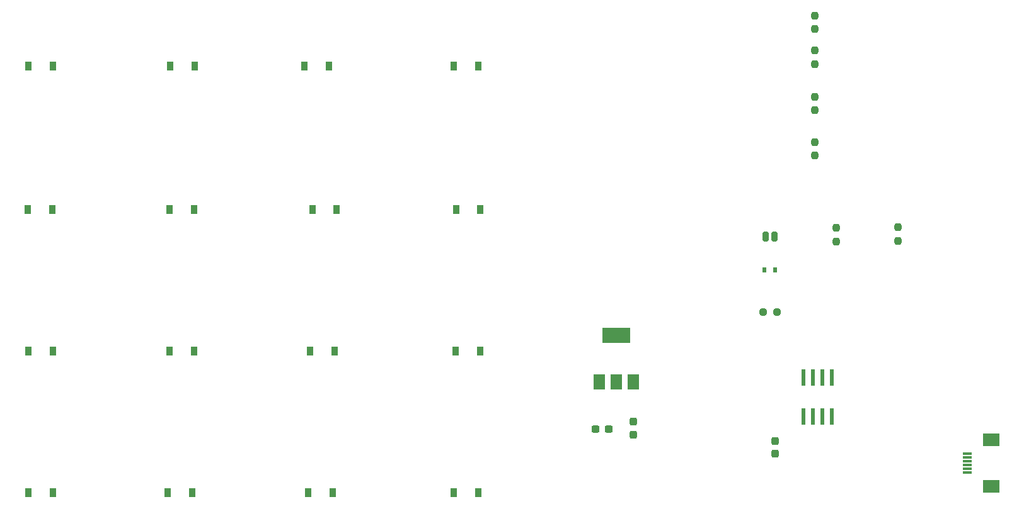
<source format=gbr>
%TF.GenerationSoftware,KiCad,Pcbnew,(6.0.1)*%
%TF.CreationDate,2022-12-10T14:50:15+08:00*%
%TF.ProjectId,Scroller1 two,5363726f-6c6c-4657-9231-2074776f2e6b,rev?*%
%TF.SameCoordinates,Original*%
%TF.FileFunction,Paste,Top*%
%TF.FilePolarity,Positive*%
%FSLAX46Y46*%
G04 Gerber Fmt 4.6, Leading zero omitted, Abs format (unit mm)*
G04 Created by KiCad (PCBNEW (6.0.1)) date 2022-12-10 14:50:15*
%MOMM*%
%LPD*%
G01*
G04 APERTURE LIST*
G04 Aperture macros list*
%AMRoundRect*
0 Rectangle with rounded corners*
0 $1 Rounding radius*
0 $2 $3 $4 $5 $6 $7 $8 $9 X,Y pos of 4 corners*
0 Add a 4 corners polygon primitive as box body*
4,1,4,$2,$3,$4,$5,$6,$7,$8,$9,$2,$3,0*
0 Add four circle primitives for the rounded corners*
1,1,$1+$1,$2,$3*
1,1,$1+$1,$4,$5*
1,1,$1+$1,$6,$7*
1,1,$1+$1,$8,$9*
0 Add four rect primitives between the rounded corners*
20,1,$1+$1,$2,$3,$4,$5,0*
20,1,$1+$1,$4,$5,$6,$7,0*
20,1,$1+$1,$6,$7,$8,$9,0*
20,1,$1+$1,$8,$9,$2,$3,0*%
G04 Aperture macros list end*
%ADD10R,0.900000X1.200000*%
%ADD11RoundRect,0.237500X0.237500X-0.250000X0.237500X0.250000X-0.237500X0.250000X-0.237500X-0.250000X0*%
%ADD12RoundRect,0.237500X0.237500X-0.300000X0.237500X0.300000X-0.237500X0.300000X-0.237500X-0.300000X0*%
%ADD13RoundRect,0.237500X-0.237500X0.250000X-0.237500X-0.250000X0.237500X-0.250000X0.237500X0.250000X0*%
%ADD14RoundRect,0.237500X-0.237500X0.300000X-0.237500X-0.300000X0.237500X-0.300000X0.237500X0.300000X0*%
%ADD15RoundRect,0.208750X0.208750X0.431250X-0.208750X0.431250X-0.208750X-0.431250X0.208750X-0.431250X0*%
%ADD16R,0.600000X2.200000*%
%ADD17R,1.500000X2.000000*%
%ADD18R,3.800000X2.000000*%
%ADD19RoundRect,0.237500X0.300000X0.237500X-0.300000X0.237500X-0.300000X-0.237500X0.300000X-0.237500X0*%
%ADD20R,0.600000X0.700000*%
%ADD21RoundRect,0.237500X-0.250000X-0.237500X0.250000X-0.237500X0.250000X0.237500X-0.250000X0.237500X0*%
%ADD22R,1.300000X0.300000*%
%ADD23R,2.200000X1.800000*%
G04 APERTURE END LIST*
D10*
%TO.C,D1_1*%
X119194000Y-91821000D03*
X115894000Y-91821000D03*
%TD*%
D11*
%TO.C,RS_2*%
X183388000Y-67564000D03*
X183388000Y-65739000D03*
%TD*%
D12*
%TO.C,C1*%
X178040000Y-124714000D03*
X178040000Y-122989000D03*
%TD*%
D10*
%TO.C,D2_0*%
X138496000Y-110871000D03*
X135196000Y-110871000D03*
%TD*%
D13*
%TO.C,RT_4*%
X194550000Y-94234000D03*
X194550000Y-96059000D03*
%TD*%
D10*
%TO.C,D0_1*%
X118135400Y-72517000D03*
X114835400Y-72517000D03*
%TD*%
D14*
%TO.C,C3*%
X159004000Y-120396000D03*
X159004000Y-122121000D03*
%TD*%
D15*
%TO.C,C2*%
X178032500Y-95504000D03*
X176777500Y-95504000D03*
%TD*%
D10*
%TO.C,D1_0*%
X138498000Y-91821000D03*
X135198000Y-91821000D03*
%TD*%
D16*
%TO.C,UM1*%
X181850035Y-119692460D03*
X183120035Y-119692460D03*
X184390035Y-119692460D03*
X185660035Y-119692460D03*
X185660035Y-114492460D03*
X184390035Y-114492460D03*
X183120035Y-114492460D03*
X181850035Y-114492460D03*
%TD*%
D17*
%TO.C,AMS1*%
X154418000Y-115062000D03*
X156718000Y-115062000D03*
D18*
X156718000Y-108762000D03*
D17*
X159018000Y-115062000D03*
%TD*%
D19*
%TO.C,C4*%
X155702000Y-121412000D03*
X153977000Y-121412000D03*
%TD*%
D10*
%TO.C,D1_2*%
X100016000Y-91821000D03*
X96716000Y-91821000D03*
%TD*%
%TO.C,D2_3*%
X81092000Y-110871000D03*
X77792000Y-110871000D03*
%TD*%
D20*
%TO.C,D1*%
X178054000Y-99949000D03*
X176654000Y-99949000D03*
%TD*%
D11*
%TO.C,RM_1*%
X183388000Y-84582000D03*
X183388000Y-82757000D03*
%TD*%
D13*
%TO.C,RT_3*%
X186295000Y-94314000D03*
X186295000Y-96139000D03*
%TD*%
D21*
%TO.C,RT_1*%
X176492500Y-105664000D03*
X178317500Y-105664000D03*
%TD*%
D10*
%TO.C,D0_3*%
X81092000Y-72517000D03*
X77792000Y-72517000D03*
%TD*%
D11*
%TO.C,RS_1*%
X183388000Y-72286500D03*
X183388000Y-70461500D03*
%TD*%
D10*
%TO.C,D3_1*%
X118684000Y-129921000D03*
X115384000Y-129921000D03*
%TD*%
%TO.C,D2_1*%
X118938000Y-110871000D03*
X115638000Y-110871000D03*
%TD*%
D22*
%TO.C,UVW1*%
X203890000Y-127234000D03*
X203890000Y-126734000D03*
X203890000Y-126234000D03*
X203890000Y-125734000D03*
X203890000Y-125234000D03*
X203890000Y-124734000D03*
D23*
X207140000Y-129134000D03*
X207140000Y-122834000D03*
%TD*%
D10*
%TO.C,D2_2*%
X100014000Y-110871000D03*
X96714000Y-110871000D03*
%TD*%
%TO.C,D3_3*%
X81092000Y-129921000D03*
X77792000Y-129921000D03*
%TD*%
%TO.C,D3_0*%
X138242000Y-129921000D03*
X134942000Y-129921000D03*
%TD*%
%TO.C,D0_2*%
X100142000Y-72517000D03*
X96842000Y-72517000D03*
%TD*%
%TO.C,D1_3*%
X80966000Y-91821000D03*
X77666000Y-91821000D03*
%TD*%
D11*
%TO.C,RM_2*%
X183388000Y-78486000D03*
X183388000Y-76661000D03*
%TD*%
D10*
%TO.C,D3_2*%
X99760000Y-129921000D03*
X96460000Y-129921000D03*
%TD*%
%TO.C,D0_0*%
X138242000Y-72517000D03*
X134942000Y-72517000D03*
%TD*%
M02*

</source>
